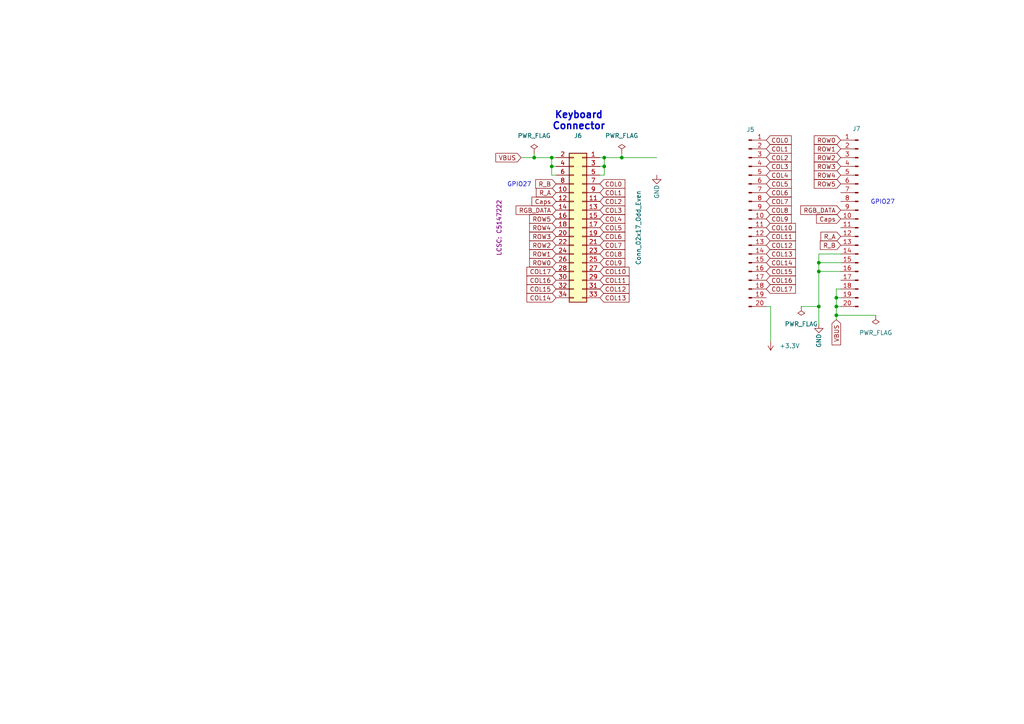
<source format=kicad_sch>
(kicad_sch (version 20231120) (generator "eeschema") (generator_version "8.0")
  (paper "A4")
  (title_block (title "Adapter Board") (date "2025-03-21") (rev "1.0"))
  (lib_symbols
    (symbol "Connector:Conn_01x20_Pin" (pin_names (offset 1.016) hide)
      (property "Reference" "J" (at 0 25.4 0))
      (property "Value" "Conn_01x20_Pin" (at 0 -27.94 0))
      (symbol "Conn_01x20_Pin_1_1"
        (polyline (pts (xy 1.27 -25.4) (xy 0.8636 -25.4)) (stroke (width 0.1524)))
        (polyline (pts (xy 1.27 -22.86) (xy 0.8636 -22.86)) (stroke (width 0.1524)))
        (polyline (pts (xy 1.27 -20.32) (xy 0.8636 -20.32)) (stroke (width 0.1524)))
        (polyline (pts (xy 1.27 -17.78) (xy 0.8636 -17.78)) (stroke (width 0.1524)))
        (polyline (pts (xy 1.27 -15.24) (xy 0.8636 -15.24)) (stroke (width 0.1524)))
        (polyline (pts (xy 1.27 -12.7) (xy 0.8636 -12.7)) (stroke (width 0.1524)))
        (polyline (pts (xy 1.27 -10.16) (xy 0.8636 -10.16)) (stroke (width 0.1524)))
        (polyline (pts (xy 1.27 -7.62) (xy 0.8636 -7.62)) (stroke (width 0.1524)))
        (polyline (pts (xy 1.27 -5.08) (xy 0.8636 -5.08)) (stroke (width 0.1524)))
        (polyline (pts (xy 1.27 -2.54) (xy 0.8636 -2.54)) (stroke (width 0.1524)))
        (polyline (pts (xy 1.27 0) (xy 0.8636 0)) (stroke (width 0.1524)))
        (polyline (pts (xy 1.27 2.54) (xy 0.8636 2.54)) (stroke (width 0.1524)))
        (polyline (pts (xy 1.27 5.08) (xy 0.8636 5.08)) (stroke (width 0.1524)))
        (polyline (pts (xy 1.27 7.62) (xy 0.8636 7.62)) (stroke (width 0.1524)))
        (polyline (pts (xy 1.27 10.16) (xy 0.8636 10.16)) (stroke (width 0.1524)))
        (polyline (pts (xy 1.27 12.7) (xy 0.8636 12.7)) (stroke (width 0.1524)))
        (polyline (pts (xy 1.27 15.24) (xy 0.8636 15.24)) (stroke (width 0.1524)))
        (polyline (pts (xy 1.27 17.78) (xy 0.8636 17.78)) (stroke (width 0.1524)))
        (polyline (pts (xy 1.27 20.32) (xy 0.8636 20.32)) (stroke (width 0.1524)))
        (polyline (pts (xy 1.27 22.86) (xy 0.8636 22.86)) (stroke (width 0.1524)))
        (rectangle (start 0.8636 -25.273) (end 0 -25.527) (stroke (width 0.1524)) (fill (type outline)))
        (rectangle (start 0.8636 -22.733) (end 0 -22.987) (stroke (width 0.1524)) (fill (type outline)))
        (rectangle (start 0.8636 -20.193) (end 0 -20.447) (stroke (width 0.1524)) (fill (type outline)))
        (rectangle (start 0.8636 -17.653) (end 0 -17.907) (stroke (width 0.1524)) (fill (type outline)))
        (rectangle (start 0.8636 -15.113) (end 0 -15.367) (stroke (width 0.1524)) (fill (type outline)))
        (rectangle (start 0.8636 -12.573) (end 0 -12.827) (stroke (width 0.1524)) (fill (type outline)))
        (rectangle (start 0.8636 -10.033) (end 0 -10.287) (stroke (width 0.1524)) (fill (type outline)))
        (rectangle (start 0.8636 -7.493) (end 0 -7.747) (stroke (width 0.1524)) (fill (type outline)))
        (rectangle (start 0.8636 -4.953) (end 0 -5.207) (stroke (width 0.1524)) (fill (type outline)))
        (rectangle (start 0.8636 -2.413) (end 0 -2.667) (stroke (width 0.1524)) (fill (type outline)))
        (rectangle (start 0.8636 0.127) (end 0 -0.127) (stroke (width 0.1524)) (fill (type outline)))
        (rectangle (start 0.8636 2.667) (end 0 2.413) (stroke (width 0.1524)) (fill (type outline)))
        (rectangle (start 0.8636 5.207) (end 0 4.953) (stroke (width 0.1524)) (fill (type outline)))
        (rectangle (start 0.8636 7.747) (end 0 7.493) (stroke (width 0.1524)) (fill (type outline)))
        (rectangle (start 0.8636 10.287) (end 0 10.033) (stroke (width 0.1524)) (fill (type outline)))
        (rectangle (start 0.8636 12.827) (end 0 12.573) (stroke (width 0.1524)) (fill (type outline)))
        (rectangle (start 0.8636 15.367) (end 0 15.113) (stroke (width 0.1524)) (fill (type outline)))
        (rectangle (start 0.8636 17.907) (end 0 17.653) (stroke (width 0.1524)) (fill (type outline)))
        (rectangle (start 0.8636 20.447) (end 0 20.193) (stroke (width 0.1524)) (fill (type outline)))
        (rectangle (start 0.8636 22.987) (end 0 22.733) (stroke (width 0.1524)) (fill (type outline)))
        (pin passive line (at 5.08 22.86 180) (length 3.81) (name "Pin_1") (number "1"))
        (pin passive line (at 5.08 0 180) (length 3.81) (name "Pin_10") (number "10"))
        (pin passive line (at 5.08 -2.54 180) (length 3.81) (name "Pin_11") (number "11"))
        (pin passive line (at 5.08 -5.08 180) (length 3.81) (name "Pin_12") (number "12"))
        (pin passive line (at 5.08 -7.62 180) (length 3.81) (name "Pin_13") (number "13"))
        (pin passive line (at 5.08 -10.16 180) (length 3.81) (name "Pin_14") (number "14"))
        (pin passive line (at 5.08 -12.7 180) (length 3.81) (name "Pin_15") (number "15"))
        (pin passive line (at 5.08 -15.24 180) (length 3.81) (name "Pin_16") (number "16"))
        (pin passive line (at 5.08 -17.78 180) (length 3.81) (name "Pin_17") (number "17"))
        (pin passive line (at 5.08 -20.32 180) (length 3.81) (name "Pin_18") (number "18"))
        (pin passive line (at 5.08 -22.86 180) (length 3.81) (name "Pin_19") (number "19"))
        (pin passive line (at 5.08 20.32 180) (length 3.81) (name "Pin_2") (number "2"))
        (pin passive line (at 5.08 -25.4 180) (length 3.81) (name "Pin_20") (number "20"))
        (pin passive line (at 5.08 17.78 180) (length 3.81) (name "Pin_3") (number "3"))
        (pin passive line (at 5.08 15.24 180) (length 3.81) (name "Pin_4") (number "4"))
        (pin passive line (at 5.08 12.7 180) (length 3.81) (name "Pin_5") (number "5"))
        (pin passive line (at 5.08 10.16 180) (length 3.81) (name "Pin_6") (number "6"))
        (pin passive line (at 5.08 7.62 180) (length 3.81) (name "Pin_7") (number "7"))
        (pin passive line (at 5.08 5.08 180) (length 3.81) (name "Pin_8") (number "8"))
        (pin passive line (at 5.08 2.54 180) (length 3.81) (name "Pin_9") (number "9"))
      )
    )
    (symbol "Connector_Generic:Conn_02x17_Odd_Even" (pin_names (offset 1.016) hide)
      (property "Reference" "J" (at 1.27 22.86 0))
      (property "Value" "Conn_02x17_Odd_Even" (at 1.27 -22.86 0))
      (symbol "Conn_02x17_Odd_Even_1_1"
        (rectangle (start -1.27 -20.193) (end 0 -20.447) (stroke (width 0.1524)))
        (rectangle (start -1.27 -17.653) (end 0 -17.907) (stroke (width 0.1524)))
        (rectangle (start -1.27 -15.113) (end 0 -15.367) (stroke (width 0.1524)))
        (rectangle (start -1.27 -12.573) (end 0 -12.827) (stroke (width 0.1524)))
        (rectangle (start -1.27 -10.033) (end 0 -10.287) (stroke (width 0.1524)))
        (rectangle (start -1.27 -7.493) (end 0 -7.747) (stroke (width 0.1524)))
        (rectangle (start -1.27 -4.953) (end 0 -5.207) (stroke (width 0.1524)))
        (rectangle (start -1.27 -2.413) (end 0 -2.667) (stroke (width 0.1524)))
        (rectangle (start -1.27 0.127) (end 0 -0.127) (stroke (width 0.1524)))
        (rectangle (start -1.27 2.667) (end 0 2.413) (stroke (width 0.1524)))
        (rectangle (start -1.27 5.207) (end 0 4.953) (stroke (width 0.1524)))
        (rectangle (start -1.27 7.747) (end 0 7.493) (stroke (width 0.1524)))
        (rectangle (start -1.27 10.287) (end 0 10.033) (stroke (width 0.1524)))
        (rectangle (start -1.27 12.827) (end 0 12.573) (stroke (width 0.1524)))
        (rectangle (start -1.27 15.367) (end 0 15.113) (stroke (width 0.1524)))
        (rectangle (start -1.27 17.907) (end 0 17.653) (stroke (width 0.1524)))
        (rectangle (start -1.27 20.447) (end 0 20.193) (stroke (width 0.1524)))
        (rectangle (start -1.27 21.59) (end 3.81 -21.59) (stroke (width 0.254)) (fill (type background)))
        (rectangle (start 3.81 -20.193) (end 2.54 -20.447) (stroke (width 0.1524)))
        (rectangle (start 3.81 -17.653) (end 2.54 -17.907) (stroke (width 0.1524)))
        (rectangle (start 3.81 -15.113) (end 2.54 -15.367) (stroke (width 0.1524)))
        (rectangle (start 3.81 -12.573) (end 2.54 -12.827) (stroke (width 0.1524)))
        (rectangle (start 3.81 -10.033) (end 2.54 -10.287) (stroke (width 0.1524)))
        (rectangle (start 3.81 -7.493) (end 2.54 -7.747) (stroke (width 0.1524)))
        (rectangle (start 3.81 -4.953) (end 2.54 -5.207) (stroke (width 0.1524)))
        (rectangle (start 3.81 -2.413) (end 2.54 -2.667) (stroke (width 0.1524)))
        (rectangle (start 3.81 0.127) (end 2.54 -0.127) (stroke (width 0.1524)))
        (rectangle (start 3.81 2.667) (end 2.54 2.413) (stroke (width 0.1524)))
        (rectangle (start 3.81 5.207) (end 2.54 4.953) (stroke (width 0.1524)))
        (rectangle (start 3.81 7.747) (end 2.54 7.493) (stroke (width 0.1524)))
        (rectangle (start 3.81 10.287) (end 2.54 10.033) (stroke (width 0.1524)))
        (rectangle (start 3.81 12.827) (end 2.54 12.573) (stroke (width 0.1524)))
        (rectangle (start 3.81 15.367) (end 2.54 15.113) (stroke (width 0.1524)))
        (rectangle (start 3.81 17.907) (end 2.54 17.653) (stroke (width 0.1524)))
        (rectangle (start 3.81 20.447) (end 2.54 20.193) (stroke (width 0.1524)))
        (pin passive line (at -5.08 20.32 0) (length 3.81) (name "Pin_1") (number "1"))
        (pin passive line (at 7.62 10.16 180) (length 3.81) (name "Pin_10") (number "10"))
        (pin passive line (at -5.08 7.62 0) (length 3.81) (name "Pin_11") (number "11"))
        (pin passive line (at 7.62 7.62 180) (length 3.81) (name "Pin_12") (number "12"))
        (pin passive line (at -5.08 5.08 0) (length 3.81) (name "Pin_13") (number "13"))
        (pin passive line (at 7.62 5.08 180) (length 3.81) (name "Pin_14") (number "14"))
        (pin passive line (at -5.08 2.54 0) (length 3.81) (name "Pin_15") (number "15"))
        (pin passive line (at 7.62 2.54 180) (length 3.81) (name "Pin_16") (number "16"))
        (pin passive line (at -5.08 0 0) (length 3.81) (name "Pin_17") (number "17"))
        (pin passive line (at 7.62 0 180) (length 3.81) (name "Pin_18") (number "18"))
        (pin passive line (at -5.08 -2.54 0) (length 3.81) (name "Pin_19") (number "19"))
        (pin passive line (at 7.62 20.32 180) (length 3.81) (name "Pin_2") (number "2"))
        (pin passive line (at 7.62 -2.54 180) (length 3.81) (name "Pin_20") (number "20"))
        (pin passive line (at -5.08 -5.08 0) (length 3.81) (name "Pin_21") (number "21"))
        (pin passive line (at 7.62 -5.08 180) (length 3.81) (name "Pin_22") (number "22"))
        (pin passive line (at -5.08 -7.62 0) (length 3.81) (name "Pin_23") (number "23"))
        (pin passive line (at 7.62 -7.62 180) (length 3.81) (name "Pin_24") (number "24"))
        (pin passive line (at -5.08 -10.16 0) (length 3.81) (name "Pin_25") (number "25"))
        (pin passive line (at 7.62 -10.16 180) (length 3.81) (name "Pin_26") (number "26"))
        (pin passive line (at -5.08 -12.7 0) (length 3.81) (name "Pin_27") (number "27"))
        (pin passive line (at 7.62 -12.7 180) (length 3.81) (name "Pin_28") (number "28"))
        (pin passive line (at -5.08 -15.24 0) (length 3.81) (name "Pin_29") (number "29"))
        (pin passive line (at -5.08 17.78 0) (length 3.81) (name "Pin_3") (number "3"))
        (pin passive line (at 7.62 -15.24 180) (length 3.81) (name "Pin_30") (number "30"))
        (pin passive line (at -5.08 -17.78 0) (length 3.81) (name "Pin_31") (number "31"))
        (pin passive line (at 7.62 -17.78 180) (length 3.81) (name "Pin_32") (number "32"))
        (pin passive line (at -5.08 -20.32 0) (length 3.81) (name "Pin_33") (number "33"))
        (pin passive line (at 7.62 -20.32 180) (length 3.81) (name "Pin_34") (number "34"))
        (pin passive line (at 7.62 17.78 180) (length 3.81) (name "Pin_4") (number "4"))
        (pin passive line (at -5.08 15.24 0) (length 3.81) (name "Pin_5") (number "5"))
        (pin passive line (at 7.62 15.24 180) (length 3.81) (name "Pin_6") (number "6"))
        (pin passive line (at -5.08 12.7 0) (length 3.81) (name "Pin_7") (number "7"))
        (pin passive line (at 7.62 12.7 180) (length 3.81) (name "Pin_8") (number "8"))
        (pin passive line (at -5.08 10.16 0) (length 3.81) (name "Pin_9") (number "9"))
      )
    )
    (symbol "power:+3.3V" (power) (pin_numbers hide) (pin_names (offset 0) hide)
      (property "Value" "+3.3V" (at 0 3.556 0))
      (symbol "+3.3V_0_1"
        (polyline (pts (xy -0.762 1.27) (xy 0 2.54)))
        (polyline (pts (xy 0 0) (xy 0 2.54)))
        (polyline (pts (xy 0 2.54) (xy 0.762 1.27)))
      )
      (symbol "+3.3V_1_1"
        (pin power_in line (at 0 0 90) (length 0) (name "~") (number "1"))
      )
    )
    (symbol "power:GND" (power) (pin_names (offset 0))
      (property "Value" "GND" (at 0 -3.81 0))
      (symbol "GND_0_1"
        (polyline (pts (xy 0 0) (xy 0 -1.27) (xy 1.27 -1.27) (xy 0 -2.54) (xy -1.27 -1.27) (xy 0 -1.27)))
      )
      (symbol "GND_1_1"
        (pin power_in line (at 0 0 270) (length 0) hide (name "GND") (number "1"))
      )
    )
    (symbol "power:PWR_FLAG" (power) (pin_numbers hide) (pin_names (offset 0) hide)
      (property "Value" "PWR_FLAG" (at 0 3.81 0))
      (symbol "PWR_FLAG_0_0"
        (pin power_out line (at 0 0 90) (length 0) (name "~") (number "1"))
      )
      (symbol "PWR_FLAG_0_1"
        (polyline (pts (xy 0 0) (xy 0 1.27) (xy -1.016 1.905) (xy 0 2.54) (xy 1.016 1.905) (xy 0 1.27)))
      )
    )
  )
  (junction (at 242.57 88.9))
  (junction (at 237.49 76.2))
  (junction (at 160.02 45.72))
  (junction (at 180.34 45.72))
  (junction (at 154.94 45.72))
  (junction (at 175.26 48.26))
  (junction (at 237.49 88.9))
  (junction (at 237.49 78.74))
  (junction (at 175.26 45.72))
  (junction (at 242.57 86.36))
  (junction (at 160.02 48.26))
  (junction (at 242.57 91.44))
  (wire (pts (xy 242.57 88.9) (xy 243.84 88.9)))
  (wire (pts (xy 154.94 45.72) (xy 160.02 45.72)))
  (wire (pts (xy 173.99 50.8) (xy 175.26 50.8)))
  (wire (pts (xy 161.29 48.26) (xy 160.02 48.26)))
  (wire (pts (xy 237.49 78.74) (xy 237.49 76.2)))
  (wire (pts (xy 237.49 88.9) (xy 237.49 78.74)))
  (wire (pts (xy 237.49 78.74) (xy 243.84 78.74)))
  (wire (pts (xy 242.57 83.82) (xy 242.57 86.36)))
  (wire (pts (xy 173.99 48.26) (xy 175.26 48.26)))
  (wire (pts (xy 180.34 45.72) (xy 180.34 44.45)))
  (wire (pts (xy 232.41 88.9) (xy 237.49 88.9)))
  (wire (pts (xy 237.49 76.2) (xy 243.84 76.2)))
  (wire (pts (xy 222.25 88.9) (xy 223.52 88.9)))
  (wire (pts (xy 223.52 88.9) (xy 223.52 99.06)))
  (wire (pts (xy 243.84 83.82) (xy 242.57 83.82)))
  (wire (pts (xy 242.57 91.44) (xy 254 91.44)))
  (wire (pts (xy 154.94 44.45) (xy 154.94 45.72)))
  (wire (pts (xy 175.26 50.8) (xy 175.26 48.26)))
  (wire (pts (xy 180.34 45.72) (xy 190.5 45.72)))
  (wire (pts (xy 175.26 45.72) (xy 173.99 45.72)))
  (wire (pts (xy 151.13 45.72) (xy 154.94 45.72)))
  (wire (pts (xy 237.49 93.98) (xy 237.49 88.9)))
  (wire (pts (xy 242.57 88.9) (xy 242.57 86.36)))
  (wire (pts (xy 242.57 86.36) (xy 243.84 86.36)))
  (wire (pts (xy 237.49 76.2) (xy 237.49 73.66)))
  (wire (pts (xy 160.02 45.72) (xy 161.29 45.72)))
  (wire (pts (xy 237.49 73.66) (xy 243.84 73.66)))
  (wire (pts (xy 242.57 92.71) (xy 242.57 91.44)))
  (wire (pts (xy 175.26 45.72) (xy 180.34 45.72)))
  (wire (pts (xy 160.02 48.26) (xy 160.02 50.8)))
  (wire (pts (xy 242.57 91.44) (xy 242.57 88.9)))
  (wire (pts (xy 160.02 48.26) (xy 160.02 45.72)))
  (wire (pts (xy 161.29 50.8) (xy 160.02 50.8)))
  (wire (pts (xy 175.26 45.72) (xy 175.26 48.26)))
  (text "Keyboard\nConnector" (at 167.894 35.052 0) (effects (font (size 2 2) (thickness 0.4) (bold yes))))
  (text "GPIO27" (at 150.622 53.594 0) (effects (font (size 1.27 1.27))))
  (text "GPIO27" (at 256.032 58.674 0) (effects (font (size 1.27 1.27))))
  (global_label "COL11" (shape input) (at 222.25 68.58 0) (property "Intersheetrefs" "${INTERSHEET_REFS}" (effects (hide yes))))
  (global_label "COL0" (shape input) (at 173.99 53.34 0) (property "Intersheetrefs" "${INTERSHEET_REFS}" (effects (hide yes))))
  (global_label "R_A" (shape input) (at 243.84 68.58 180) (property "Intersheetrefs" "${INTERSHEET_REFS}" (effects (hide yes))))
  (global_label "VBUS" (shape input) (at 151.13 45.72 180) (property "Intersheetrefs" "${INTERSHEET_REFS}" (effects (hide yes))))
  (global_label "R_B" (shape input) (at 161.29 53.34 180) (property "Intersheetrefs" "${INTERSHEET_REFS}" (effects (hide yes))))
  (global_label "Caps" (shape input) (at 161.29 58.42 180) (property "Intersheetrefs" "${INTERSHEET_REFS}" (effects (hide yes))))
  (global_label "ROW0" (shape input) (at 161.29 76.2 180) (property "Intersheetrefs" "${INTERSHEET_REFS}" (effects (hide yes))))
  (global_label "ROW3" (shape input) (at 161.29 68.58 180) (property "Intersheetrefs" "${INTERSHEET_REFS}" (effects (hide yes))))
  (global_label "COL17" (shape input) (at 222.25 83.82 0) (property "Intersheetrefs" "${INTERSHEET_REFS}" (effects (hide yes))))
  (global_label "COL3" (shape input) (at 222.25 48.26 0) (property "Intersheetrefs" "${INTERSHEET_REFS}" (effects (hide yes))))
  (global_label "COL5" (shape input) (at 173.99 66.04 0) (property "Intersheetrefs" "${INTERSHEET_REFS}" (effects (hide yes))))
  (global_label "COL5" (shape input) (at 222.25 53.34 0) (property "Intersheetrefs" "${INTERSHEET_REFS}" (effects (hide yes))))
  (global_label "ROW0" (shape input) (at 243.84 40.64 180) (property "Intersheetrefs" "${INTERSHEET_REFS}" (effects (hide yes))))
  (global_label "COL4" (shape input) (at 173.99 63.5 0) (property "Intersheetrefs" "${INTERSHEET_REFS}" (effects (hide yes))))
  (global_label "ROW1" (shape input) (at 243.84 43.18 180) (property "Intersheetrefs" "${INTERSHEET_REFS}" (effects (hide yes))))
  (global_label "Caps" (shape input) (at 243.84 63.5 180) (property "Intersheetrefs" "${INTERSHEET_REFS}" (effects (hide yes))))
  (global_label "ROW2" (shape input) (at 243.84 45.72 180) (property "Intersheetrefs" "${INTERSHEET_REFS}" (effects (hide yes))))
  (global_label "COL1" (shape input) (at 173.99 55.88 0) (property "Intersheetrefs" "${INTERSHEET_REFS}" (effects (hide yes))))
  (global_label "COL14" (shape input) (at 222.25 76.2 0) (property "Intersheetrefs" "${INTERSHEET_REFS}" (effects (hide yes))))
  (global_label "RGB_DATA" (shape input) (at 161.29 60.96 180) (property "Intersheetrefs" "${INTERSHEET_REFS}" (effects (hide yes))))
  (global_label "COL2" (shape input) (at 173.99 58.42 0) (property "Intersheetrefs" "${INTERSHEET_REFS}" (effects (hide yes))))
  (global_label "COL15" (shape input) (at 161.29 83.82 180) (property "Intersheetrefs" "${INTERSHEET_REFS}" (effects (hide yes))))
  (global_label "COL13" (shape input) (at 173.99 86.36 0) (property "Intersheetrefs" "${INTERSHEET_REFS}" (effects (hide yes))))
  (global_label "COL16" (shape input) (at 161.29 81.28 180) (property "Intersheetrefs" "${INTERSHEET_REFS}" (effects (hide yes))))
  (global_label "COL8" (shape input) (at 222.25 60.96 0) (property "Intersheetrefs" "${INTERSHEET_REFS}" (effects (hide yes))))
  (global_label "ROW2" (shape input) (at 161.29 71.12 180) (property "Intersheetrefs" "${INTERSHEET_REFS}" (effects (hide yes))))
  (global_label "COL10" (shape input) (at 173.99 78.74 0) (property "Intersheetrefs" "${INTERSHEET_REFS}" (effects (hide yes))))
  (global_label "RGB_DATA" (shape input) (at 243.84 60.96 180) (property "Intersheetrefs" "${INTERSHEET_REFS}" (effects (hide yes))))
  (global_label "COL0" (shape input) (at 222.25 40.64 0) (property "Intersheetrefs" "${INTERSHEET_REFS}" (effects (hide yes))))
  (global_label "COL15" (shape input) (at 222.25 78.74 0) (property "Intersheetrefs" "${INTERSHEET_REFS}" (effects (hide yes))))
  (global_label "COL6" (shape input) (at 222.25 55.88 0) (property "Intersheetrefs" "${INTERSHEET_REFS}" (effects (hide yes))))
  (global_label "COL4" (shape input) (at 222.25 50.8 0) (property "Intersheetrefs" "${INTERSHEET_REFS}" (effects (hide yes))))
  (global_label "COL3" (shape input) (at 173.99 60.96 0) (property "Intersheetrefs" "${INTERSHEET_REFS}" (effects (hide yes))))
  (global_label "COL7" (shape input) (at 173.99 71.12 0) (property "Intersheetrefs" "${INTERSHEET_REFS}" (effects (hide yes))))
  (global_label "COL14" (shape input) (at 161.29 86.36 180) (property "Intersheetrefs" "${INTERSHEET_REFS}" (effects (hide yes))))
  (global_label "ROW4" (shape input) (at 161.29 66.04 180) (property "Intersheetrefs" "${INTERSHEET_REFS}" (effects (hide yes))))
  (global_label "COL11" (shape input) (at 173.99 81.28 0) (property "Intersheetrefs" "${INTERSHEET_REFS}" (effects (hide yes))))
  (global_label "VBUS" (shape input) (at 242.57 92.71 270) (property "Intersheetrefs" "${INTERSHEET_REFS}" (effects (hide yes))))
  (global_label "ROW1" (shape input) (at 161.29 73.66 180) (property "Intersheetrefs" "${INTERSHEET_REFS}" (effects (hide yes))))
  (global_label "COL7" (shape input) (at 222.25 58.42 0) (property "Intersheetrefs" "${INTERSHEET_REFS}" (effects (hide yes))))
  (global_label "COL16" (shape input) (at 222.25 81.28 0) (property "Intersheetrefs" "${INTERSHEET_REFS}" (effects (hide yes))))
  (global_label "R_A" (shape input) (at 161.29 55.88 180) (property "Intersheetrefs" "${INTERSHEET_REFS}" (effects (hide yes))))
  (global_label "COL8" (shape input) (at 173.99 73.66 0) (property "Intersheetrefs" "${INTERSHEET_REFS}" (effects (hide yes))))
  (global_label "R_B" (shape input) (at 243.84 71.12 180) (property "Intersheetrefs" "${INTERSHEET_REFS}" (effects (hide yes))))
  (global_label "COL2" (shape input) (at 222.25 45.72 0) (property "Intersheetrefs" "${INTERSHEET_REFS}" (effects (hide yes))))
  (global_label "COL9" (shape input) (at 173.99 76.2 0) (property "Intersheetrefs" "${INTERSHEET_REFS}" (effects (hide yes))))
  (global_label "COL9" (shape input) (at 222.25 63.5 0) (property "Intersheetrefs" "${INTERSHEET_REFS}" (effects (hide yes))))
  (global_label "COL6" (shape input) (at 173.99 68.58 0) (property "Intersheetrefs" "${INTERSHEET_REFS}" (effects (hide yes))))
  (global_label "COL17" (shape input) (at 161.29 78.74 180) (property "Intersheetrefs" "${INTERSHEET_REFS}" (effects (hide yes))))
  (global_label "ROW5" (shape input) (at 243.84 53.34 180) (property "Intersheetrefs" "${INTERSHEET_REFS}" (effects (hide yes))))
  (global_label "COL10" (shape input) (at 222.25 66.04 0) (property "Intersheetrefs" "${INTERSHEET_REFS}" (effects (hide yes))))
  (global_label "COL12" (shape input) (at 173.99 83.82 0) (property "Intersheetrefs" "${INTERSHEET_REFS}" (effects (hide yes))))
  (global_label "ROW3" (shape input) (at 243.84 48.26 180) (property "Intersheetrefs" "${INTERSHEET_REFS}" (effects (hide yes))))
  (global_label "ROW5" (shape input) (at 161.29 63.5 180) (property "Intersheetrefs" "${INTERSHEET_REFS}" (effects (hide yes))))
  (global_label "COL13" (shape input) (at 222.25 73.66 0) (property "Intersheetrefs" "${INTERSHEET_REFS}" (effects (hide yes))))
  (global_label "COL12" (shape input) (at 222.25 71.12 0) (property "Intersheetrefs" "${INTERSHEET_REFS}" (effects (hide yes))))
  (global_label "ROW4" (shape input) (at 243.84 50.8 180) (property "Intersheetrefs" "${INTERSHEET_REFS}" (effects (hide yes))))
  (global_label "COL1" (shape input) (at 222.25 43.18 0) (property "Intersheetrefs" "${INTERSHEET_REFS}" (effects (hide yes))))
  (symbol (lib_id "power:GND") (at 190.5 50.8 0) (mirror y) (unit 1)
    (property "Reference" "#PWR05" (effects (hide yes)))
    (property "Value" "GND" (at 190.5 53.594 90) (effects (justify right)))
    (property "Description" "Power symbol creates a global label with name \"GND\" , ground" (effects (hide yes)))
  )
  (symbol (lib_id "power:PWR_FLAG") (at 254 91.44 180) (unit 1)
    (property "Reference" "#FLG04" (effects (hide yes)))
    (property "Value" "PWR_FLAG" (at 254 96.52 0))
    (property "Description" "Special symbol for telling ERC where power comes from" (effects (hide yes)))
  )
  (symbol (lib_id "Connector:Conn_01x20_Pin") (at 248.92 63.5 0) (mirror y) (unit 1)
    (property "Reference" "J7" (at 248.412 37.338 0))
    (property "Value" "Conn_01x21_Pin" (effects (hide yes)))
    (property "Footprint" "Connector_PinSocket_2.54mm:PinSocket_1x21_P2.54mm_Vertical" (effects (hide yes)))
    (property "Description" "Generic connector, single row, 01x20, script generated" (effects (hide yes)))
  )
  (symbol (lib_id "Connector:Conn_01x20_Pin") (at 217.17 63.5 0) (unit 1)
    (property "Reference" "J5" (at 217.678 37.592 0))
    (property "Value" "Conn_01x21_Pin" (effects (hide yes)))
    (property "Footprint" "Connector_PinSocket_2.54mm:PinSocket_1x21_P2.54mm_Vertical" (effects (hide yes)))
    (property "Description" "Generic connector, single row, 01x20, script generated" (effects (hide yes)))
  )
  (symbol (lib_id "power:PWR_FLAG") (at 154.94 44.45 0) (unit 1)
    (property "Reference" "#FLG01" (effects (hide yes)))
    (property "Value" "PWR_FLAG" (at 154.94 39.37 0))
    (property "Description" "Special symbol for telling ERC where power comes from" (effects (hide yes)))
  )
  (symbol (lib_id "power:PWR_FLAG") (at 180.34 44.45 0) (unit 1)
    (property "Reference" "#FLG02" (effects (hide yes)))
    (property "Value" "PWR_FLAG" (at 180.34 39.37 0))
    (property "Description" "Special symbol for telling ERC where power comes from" (effects (hide yes)))
  )
  (symbol (lib_id "power:+3.3V") (at 223.52 99.06 180) (unit 1)
    (property "Reference" "#PWR06" (effects (hide yes)))
    (property "Value" "+3.3V" (at 226.06 100.3299 0) (effects (justify right)))
    (property "Description" "Power symbol creates a global label with name \"+3.3V\"" (effects (hide yes)))
  )
  (symbol (lib_id "power:GND") (at 237.49 93.98 0) (unit 1)
    (property "Reference" "#PWR04" (effects (hide yes)))
    (property "Value" "GND" (at 237.49 96.774 90) (effects (justify right)))
  )
  (symbol (lib_id "power:PWR_FLAG") (at 232.41 88.9 180) (unit 1)
    (property "Reference" "#FLG03" (effects (hide yes)))
    (property "Value" "PWR_FLAG" (at 232.41 93.98 0))
    (property "Description" "Special symbol for telling ERC where power comes from" (effects (hide yes)))
  )
  (symbol (lib_id "Connector_Generic:Conn_02x17_Odd_Even") (at 168.91 66.04 0) (mirror y) (unit 1)
    (property "Reference" "J6" (at 167.64 39.37 0))
    (property "Value" "Conn_02x17_Odd_Even" (at 185.166 66.04 90))
    (property "Footprint" "MyConnectors:IDC_2X17_1.27MM" (effects (hide yes)))
    (property "Description" "Generic connector, double row, 02x17, odd/even pin numbering scheme (row 1 odd numbers, row 2 even numbers), script generated (kicad-library-utils/schlib/autogen/connector/)" (effects (hide yes)))
    (property "LCSC" "C5147222" (at 144.78 66.04 90) (show_name yes))
  )
)
</source>
